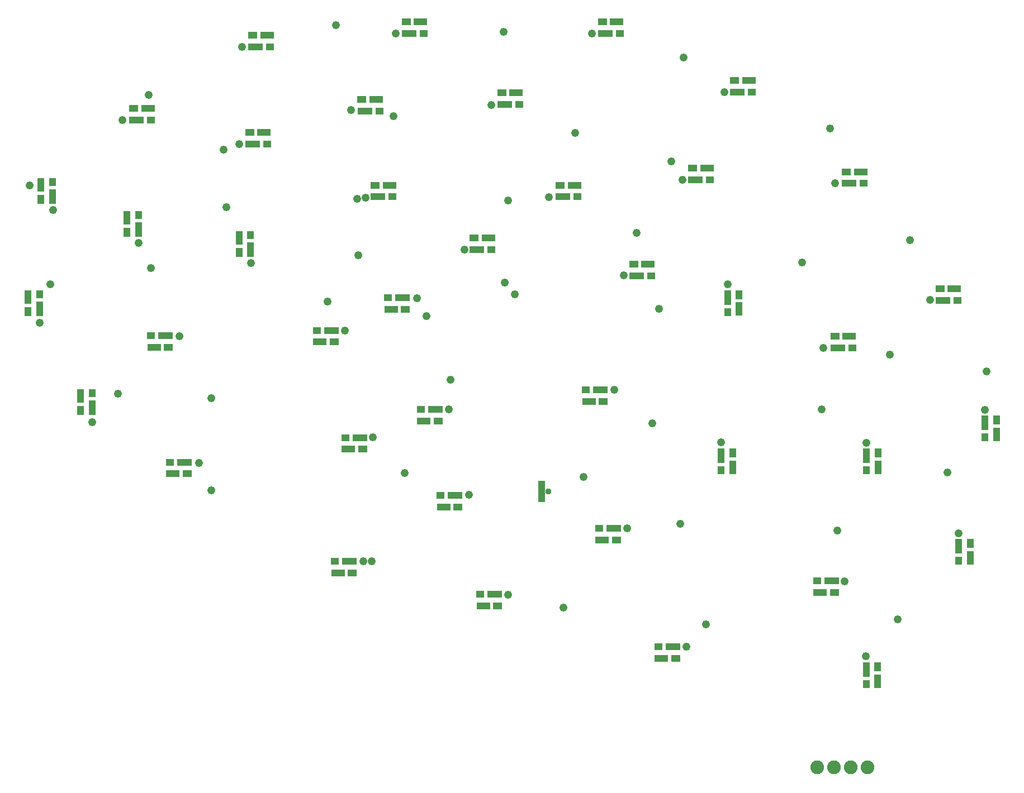
<source format=gts>
G04 EAGLE Gerber RS-274X export*
G75*
%MOMM*%
%FSLAX34Y34*%
%LPD*%
%INSoldermask Top*%
%IPPOS*%
%AMOC8*
5,1,8,0,0,1.08239X$1,22.5*%
G01*
%ADD10C,2.082800*%
%ADD11R,1.053200X2.103200*%
%ADD12R,1.053200X1.203200*%
%ADD13R,1.053200X1.353200*%
%ADD14R,1.053200X2.203200*%
%ADD15R,2.103200X1.053200*%
%ADD16R,1.203200X1.053200*%
%ADD17R,1.353200X1.053200*%
%ADD18R,2.203200X1.053200*%
%ADD19R,1.103200X3.203200*%
%ADD20C,1.209600*%
%ADD21C,0.959600*%


D10*
X1297100Y96400D03*
X1322500Y96400D03*
X1347900Y96400D03*
X1373300Y96400D03*
D11*
X1388450Y226900D03*
D12*
X1370950Y222400D03*
D13*
X1388450Y248650D03*
D14*
X1370950Y244400D03*
D15*
X283100Y1095150D03*
D16*
X287600Y1077650D03*
D17*
X261350Y1095150D03*
D18*
X265600Y1077650D03*
D11*
X1528450Y413900D03*
D12*
X1510950Y409400D03*
D13*
X1528450Y435650D03*
D14*
X1510950Y431400D03*
D11*
X1568450Y600900D03*
D12*
X1550950Y596400D03*
D13*
X1568450Y622650D03*
D14*
X1550950Y618400D03*
D15*
X1504500Y821550D03*
D16*
X1509000Y804050D03*
D17*
X1482750Y821550D03*
D18*
X1487000Y804050D03*
D15*
X1362900Y999050D03*
D16*
X1367400Y981550D03*
D17*
X1341150Y999050D03*
D18*
X1345400Y981550D03*
D15*
X1193700Y1137350D03*
D16*
X1198200Y1119850D03*
D17*
X1171950Y1137350D03*
D18*
X1176200Y1119850D03*
D15*
X993100Y1226250D03*
D16*
X997600Y1208750D03*
D17*
X971350Y1226250D03*
D18*
X975600Y1208750D03*
D15*
X696100Y1226250D03*
D16*
X700600Y1208750D03*
D17*
X674350Y1226250D03*
D18*
X678600Y1208750D03*
D15*
X463700Y1206250D03*
D16*
X468200Y1188750D03*
D17*
X441950Y1206250D03*
D18*
X446200Y1188750D03*
D11*
X121250Y979000D03*
D12*
X138750Y983500D03*
D13*
X121250Y957250D03*
D14*
X138750Y961500D03*
D11*
X101250Y809000D03*
D12*
X118750Y813500D03*
D13*
X101250Y787250D03*
D14*
X118750Y791500D03*
D11*
X181250Y659000D03*
D12*
X198750Y663500D03*
D13*
X181250Y637250D03*
D14*
X198750Y641500D03*
D15*
X321000Y541250D03*
D16*
X316500Y558750D03*
D17*
X342750Y541250D03*
D18*
X338500Y558750D03*
D15*
X571000Y391250D03*
D16*
X566500Y408750D03*
D17*
X592750Y391250D03*
D18*
X588500Y408750D03*
D15*
X791000Y341250D03*
D16*
X786500Y358750D03*
D17*
X812750Y341250D03*
D18*
X808500Y358750D03*
D15*
X1061000Y261250D03*
D16*
X1056500Y278750D03*
D17*
X1082750Y261250D03*
D18*
X1078500Y278750D03*
D15*
X1301000Y361250D03*
D16*
X1296500Y378750D03*
D17*
X1322750Y361250D03*
D18*
X1318500Y378750D03*
D11*
X1388750Y551000D03*
D12*
X1371250Y546500D03*
D13*
X1388750Y572750D03*
D14*
X1371250Y568500D03*
D15*
X1345300Y749950D03*
D16*
X1349800Y732450D03*
D17*
X1323550Y749950D03*
D18*
X1327800Y732450D03*
D15*
X1129900Y1004450D03*
D16*
X1134400Y986950D03*
D17*
X1108150Y1004450D03*
D18*
X1112400Y986950D03*
D15*
X840900Y1118750D03*
D16*
X845400Y1101250D03*
D17*
X819150Y1118750D03*
D18*
X823400Y1101250D03*
D15*
X629000Y1108750D03*
D16*
X633500Y1091250D03*
D17*
X607250Y1108750D03*
D18*
X611500Y1091250D03*
D15*
X459000Y1058750D03*
D16*
X463500Y1041250D03*
D17*
X437250Y1058750D03*
D18*
X441500Y1041250D03*
D11*
X251250Y929000D03*
D12*
X268750Y933500D03*
D13*
X251250Y907250D03*
D14*
X268750Y911500D03*
D15*
X292400Y733050D03*
D16*
X287900Y750550D03*
D17*
X314150Y733050D03*
D18*
X309900Y750550D03*
D15*
X586400Y578550D03*
D16*
X581900Y596050D03*
D17*
X608150Y578550D03*
D18*
X603900Y596050D03*
D15*
X731000Y491250D03*
D16*
X726500Y508750D03*
D17*
X752750Y491250D03*
D18*
X748500Y508750D03*
D15*
X971000Y441250D03*
D16*
X966500Y458750D03*
D17*
X992750Y441250D03*
D18*
X988500Y458750D03*
D11*
X1168750Y551000D03*
D12*
X1151250Y546500D03*
D13*
X1168750Y572750D03*
D14*
X1151250Y568500D03*
D11*
X1178750Y791000D03*
D12*
X1161250Y786500D03*
D13*
X1178750Y812750D03*
D14*
X1161250Y808500D03*
D15*
X929000Y978750D03*
D16*
X933500Y961250D03*
D17*
X907250Y978750D03*
D18*
X911500Y961250D03*
D15*
X649000Y978750D03*
D16*
X653500Y961250D03*
D17*
X627250Y978750D03*
D18*
X631500Y961250D03*
D11*
X421250Y899000D03*
D12*
X438750Y903500D03*
D13*
X421250Y877250D03*
D14*
X438750Y881500D03*
D15*
X543700Y741250D03*
D16*
X539200Y758750D03*
D17*
X565450Y741250D03*
D18*
X561200Y758750D03*
D15*
X701000Y621250D03*
D16*
X696500Y638750D03*
D17*
X722750Y621250D03*
D18*
X718500Y638750D03*
D15*
X951000Y651250D03*
D16*
X946500Y668750D03*
D17*
X972750Y651250D03*
D18*
X968500Y668750D03*
D15*
X1040500Y859050D03*
D16*
X1045000Y841550D03*
D17*
X1018750Y859050D03*
D18*
X1023000Y841550D03*
D15*
X799000Y898750D03*
D16*
X803500Y881250D03*
D17*
X777250Y898750D03*
D18*
X781500Y881250D03*
D15*
X651500Y790950D03*
D16*
X647000Y808450D03*
D17*
X673250Y790950D03*
D18*
X669000Y808450D03*
D19*
X879602Y514388D03*
D20*
X1370838Y264668D03*
X1510792Y450850D03*
X1550924Y637794D03*
X1467866Y804672D03*
X1324356Y981710D03*
X1156462Y1119632D03*
X955294Y1208532D03*
X658876Y1208532D03*
X425958Y1188720D03*
X244602Y1077468D03*
X139192Y941070D03*
X119126Y770382D03*
X199136Y619760D03*
X360426Y557784D03*
X609092Y408940D03*
X829056Y358140D03*
X1098550Y279400D03*
X1338072Y378460D03*
X1371600Y588010D03*
X1306322Y732282D03*
X1092454Y987044D03*
X802894Y1100582D03*
X590550Y1092708D03*
X421132Y1041146D03*
X269240Y891286D03*
X330962Y750062D03*
X623824Y596392D03*
X769112Y509270D03*
X1009142Y458724D03*
X1151636Y589026D03*
X1161542Y829056D03*
X1004316Y842010D03*
X890524Y960374D03*
X612394Y960120D03*
X439166Y861060D03*
X581152Y758190D03*
X738886Y638810D03*
X989330Y668274D03*
X762508Y880872D03*
X690372Y807466D03*
D21*
X889254Y514350D03*
D20*
X1418663Y320729D03*
X1128268Y312928D03*
X912114Y338582D03*
X622046Y408432D03*
X378714Y516382D03*
X237744Y662940D03*
X135382Y828294D03*
X104140Y978662D03*
X283972Y1115822D03*
X567944Y1221740D03*
X821944Y1211580D03*
X1094540Y1172010D03*
X1316736Y1065022D03*
X1437640Y895350D03*
X1553210Y696722D03*
X1493774Y543052D03*
X1327658Y454914D03*
X1089660Y465328D03*
X943356Y536448D03*
X671776Y542236D03*
X378968Y655828D03*
X288036Y853440D03*
X397764Y1033018D03*
X654812Y1083424D03*
X929894Y1058164D03*
X1075690Y1015238D03*
X1273810Y861314D03*
X1407160Y721868D03*
X1303528Y638810D03*
X1047496Y617982D03*
X741172Y683768D03*
X554990Y802640D03*
X402082Y945134D03*
X599694Y958088D03*
X828802Y955548D03*
X1023112Y906780D03*
X1057656Y791718D03*
X705104Y780288D03*
X601726Y872998D03*
X823214Y831088D03*
X838454Y813054D03*
M02*

</source>
